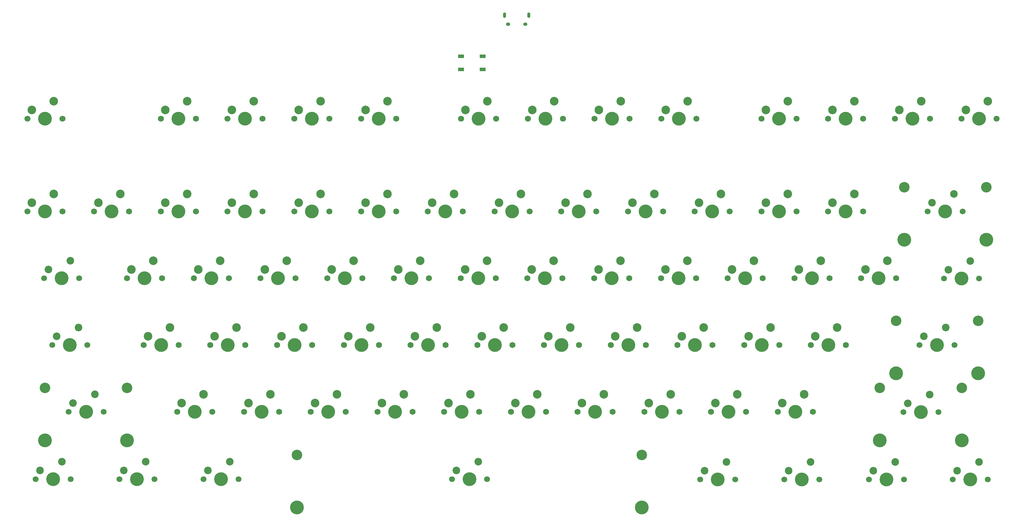
<source format=gbr>
%TF.GenerationSoftware,KiCad,Pcbnew,8.0.3*%
%TF.CreationDate,2024-06-29T11:43:36-07:00*%
%TF.ProjectId,CustomKeyboard,43757374-6f6d-44b6-9579-626f6172642e,rev?*%
%TF.SameCoordinates,Original*%
%TF.FileFunction,Soldermask,Top*%
%TF.FilePolarity,Negative*%
%FSLAX46Y46*%
G04 Gerber Fmt 4.6, Leading zero omitted, Abs format (unit mm)*
G04 Created by KiCad (PCBNEW 8.0.3) date 2024-06-29 11:43:36*
%MOMM*%
%LPD*%
G01*
G04 APERTURE LIST*
%ADD10C,1.750000*%
%ADD11C,4.000000*%
%ADD12C,2.500000*%
%ADD13C,1.700000*%
%ADD14C,2.200000*%
%ADD15O,0.890000X1.550000*%
%ADD16O,1.250000X0.950000*%
%ADD17C,3.050000*%
%ADD18R,1.700000X1.000000*%
G04 APERTURE END LIST*
D10*
%TO.C,SW_M1*%
X196670000Y-131100000D03*
D11*
X201750000Y-131100000D03*
D10*
X206830000Y-131100000D03*
D12*
X197940000Y-128560000D03*
X204290000Y-126020000D03*
%TD*%
D10*
%TO.C,SW_F10*%
X269320000Y-46000000D03*
D11*
X274400000Y-46000000D03*
D10*
X279480000Y-46000000D03*
D12*
X270590000Y-43460000D03*
X276940000Y-40920000D03*
%TD*%
D10*
%TO.C,SW_F4*%
X133870000Y-46000000D03*
D11*
X138950000Y-46000000D03*
D10*
X144030000Y-46000000D03*
D12*
X135140000Y-43460000D03*
X141490000Y-40920000D03*
%TD*%
D13*
%TO.C,SW_LALT1*%
X88220000Y-150600000D03*
D11*
X93300000Y-150600000D03*
D13*
X98380000Y-150600000D03*
D14*
X95840000Y-145520000D03*
X89490000Y-148060000D03*
%TD*%
D10*
%TO.C,SW_0*%
X230620000Y-72900000D03*
D11*
X235700000Y-72900000D03*
D10*
X240780000Y-72900000D03*
D12*
X231890000Y-70360000D03*
X238240000Y-67820000D03*
%TD*%
D10*
%TO.C,SW_U1*%
X182120000Y-92300000D03*
D11*
X187200000Y-92300000D03*
D10*
X192280000Y-92300000D03*
D12*
X183390000Y-89760000D03*
X189740000Y-87220000D03*
%TD*%
D10*
%TO.C,SW_F6*%
X182245000Y-46000000D03*
D11*
X187325000Y-46000000D03*
D10*
X192405000Y-46000000D03*
D12*
X183515000Y-43460000D03*
X189865000Y-40920000D03*
%TD*%
D10*
%TO.C,SW_\u002C1*%
X216020000Y-131100000D03*
D11*
X221100000Y-131100000D03*
D10*
X226180000Y-131100000D03*
D12*
X217290000Y-128560000D03*
X223640000Y-126020000D03*
%TD*%
D10*
%TO.C,SW_[1*%
X259520000Y-92300000D03*
D11*
X264600000Y-92300000D03*
D10*
X269680000Y-92300000D03*
D12*
X260790000Y-89760000D03*
X267140000Y-87220000D03*
%TD*%
D10*
%TO.C,SW_H1*%
X167570000Y-111700000D03*
D11*
X172650000Y-111700000D03*
D10*
X177730000Y-111700000D03*
D12*
X168840000Y-109160000D03*
X175190000Y-106620000D03*
%TD*%
D10*
%TO.C,SW_P1*%
X240170000Y-92300000D03*
D11*
X245250000Y-92300000D03*
D10*
X250330000Y-92300000D03*
D12*
X241440000Y-89760000D03*
X247790000Y-87220000D03*
%TD*%
D10*
%TO.C,SW_F5*%
X162895000Y-46000000D03*
D11*
X167975000Y-46000000D03*
D10*
X173055000Y-46000000D03*
D12*
X164165000Y-43460000D03*
X170515000Y-40920000D03*
%TD*%
D10*
%TO.C,SW_L1*%
X225620000Y-111700000D03*
D11*
X230700000Y-111700000D03*
D10*
X235780000Y-111700000D03*
D12*
X226890000Y-109160000D03*
X233240000Y-106620000D03*
%TD*%
D15*
%TO.C,J1*%
X175475000Y-15900000D03*
D16*
X176475000Y-18600000D03*
X181475000Y-18600000D03*
D15*
X182475000Y-15900000D03*
%TD*%
D10*
%TO.C,SW_I1*%
X201470000Y-92300000D03*
D11*
X206550000Y-92300000D03*
D10*
X211630000Y-92300000D03*
D12*
X202740000Y-89760000D03*
X209090000Y-87220000D03*
%TD*%
D10*
%TO.C,SW_A1*%
X70820000Y-111700000D03*
D11*
X75900000Y-111700000D03*
D10*
X80980000Y-111700000D03*
D12*
X72090000Y-109160000D03*
X78440000Y-106620000D03*
%TD*%
D10*
%TO.C,SW_F8*%
X220945000Y-46000000D03*
D11*
X226025000Y-46000000D03*
D10*
X231105000Y-46000000D03*
D12*
X222215000Y-43460000D03*
X228565000Y-40920000D03*
%TD*%
D17*
%TO.C,SW_SPACE1*%
X115300000Y-143642500D03*
D11*
X115300000Y-158882500D03*
D13*
X160220000Y-150642500D03*
D11*
X165300000Y-150642500D03*
D13*
X170380000Y-150642500D03*
D17*
X215300000Y-143642500D03*
D11*
X215300000Y-158882500D03*
D14*
X167840000Y-145562500D03*
X161490000Y-148102500D03*
%TD*%
D10*
%TO.C,SW_W1*%
X85370000Y-92300000D03*
D11*
X90450000Y-92300000D03*
D10*
X95530000Y-92300000D03*
D12*
X86640000Y-89760000D03*
X92990000Y-87220000D03*
%TD*%
D10*
%TO.C,SW_V1*%
X138620000Y-131100000D03*
D11*
X143700000Y-131100000D03*
D10*
X148780000Y-131100000D03*
D12*
X139890000Y-128560000D03*
X146240000Y-126020000D03*
%TD*%
D10*
%TO.C,SW_ESC1*%
X37120000Y-46000000D03*
D11*
X42200000Y-46000000D03*
D10*
X47280000Y-46000000D03*
D12*
X38390000Y-43460000D03*
X44740000Y-40920000D03*
%TD*%
D10*
%TO.C,SW_6*%
X153220000Y-72900000D03*
D11*
X158300000Y-72900000D03*
D10*
X163380000Y-72900000D03*
D12*
X154490000Y-70360000D03*
X160840000Y-67820000D03*
%TD*%
D10*
%TO.C,SW_N1*%
X177320000Y-131100000D03*
D11*
X182400000Y-131100000D03*
D10*
X187480000Y-131100000D03*
D12*
X178590000Y-128560000D03*
X184940000Y-126020000D03*
%TD*%
D10*
%TO.C,SW_4*%
X114520000Y-72900000D03*
D11*
X119600000Y-72900000D03*
D10*
X124680000Y-72900000D03*
D12*
X115790000Y-70360000D03*
X122140000Y-67820000D03*
%TD*%
D13*
%TO.C,SW_LCTRL1*%
X39520000Y-150600000D03*
D11*
X44600000Y-150600000D03*
D13*
X49680000Y-150600000D03*
D14*
X47140000Y-145520000D03*
X40790000Y-148060000D03*
%TD*%
D13*
%TO.C,SW_RCTRL1*%
X305420000Y-150700000D03*
D11*
X310500000Y-150700000D03*
D13*
X315580000Y-150700000D03*
D14*
X313040000Y-145620000D03*
X306690000Y-148160000D03*
%TD*%
D10*
%TO.C,SW_F7*%
X201595000Y-46000000D03*
D11*
X206675000Y-46000000D03*
D10*
X211755000Y-46000000D03*
D12*
X202865000Y-43460000D03*
X209215000Y-40920000D03*
%TD*%
D13*
%TO.C,SW_TAB1*%
X41920000Y-92300000D03*
D11*
X47000000Y-92300000D03*
D13*
X52080000Y-92300000D03*
D14*
X49540000Y-87220000D03*
X43190000Y-89760000D03*
%TD*%
D10*
%TO.C,SW_FKEY1*%
X128870000Y-111700000D03*
D11*
X133950000Y-111700000D03*
D10*
X139030000Y-111700000D03*
D12*
X130140000Y-109160000D03*
X136490000Y-106620000D03*
%TD*%
D13*
%TO.C,SW_RALT1*%
X232220000Y-150700000D03*
D11*
X237300000Y-150700000D03*
D13*
X242380000Y-150700000D03*
D14*
X239840000Y-145620000D03*
X233490000Y-148160000D03*
%TD*%
D10*
%TO.C,SW_.1*%
X235370000Y-131100000D03*
D11*
X240450000Y-131100000D03*
D10*
X245530000Y-131100000D03*
D12*
X236640000Y-128560000D03*
X242990000Y-126020000D03*
%TD*%
D10*
%TO.C,SW_F9*%
X249970000Y-46000000D03*
D11*
X255050000Y-46000000D03*
D10*
X260130000Y-46000000D03*
D12*
X251240000Y-43460000D03*
X257590000Y-40920000D03*
%TD*%
D17*
%TO.C,SW_BACK1*%
X291380000Y-65900000D03*
D11*
X291380000Y-81140000D03*
D13*
X298200000Y-72900000D03*
D11*
X303280000Y-72900000D03*
D13*
X308360000Y-72900000D03*
D17*
X315180000Y-65900000D03*
D11*
X315180000Y-81140000D03*
D14*
X305820000Y-67820000D03*
X299470000Y-70360000D03*
%TD*%
D10*
%TO.C,SW_7*%
X172570000Y-72900000D03*
D11*
X177650000Y-72900000D03*
D10*
X182730000Y-72900000D03*
D12*
X173840000Y-70360000D03*
X180190000Y-67820000D03*
%TD*%
D10*
%TO.C,SW_/1*%
X254720000Y-131100000D03*
D11*
X259800000Y-131100000D03*
D10*
X264880000Y-131100000D03*
D12*
X255990000Y-128560000D03*
X262340000Y-126020000D03*
%TD*%
D10*
%TO.C,SW_F1*%
X75820000Y-46000000D03*
D11*
X80900000Y-46000000D03*
D10*
X85980000Y-46000000D03*
D12*
X77090000Y-43460000D03*
X83440000Y-40920000D03*
%TD*%
D10*
%TO.C,SW_S1*%
X90170000Y-111700000D03*
D11*
X95250000Y-111700000D03*
D10*
X100330000Y-111700000D03*
D12*
X91440000Y-109160000D03*
X97790000Y-106620000D03*
%TD*%
D10*
%TO.C,SW_F3*%
X114520000Y-46000000D03*
D11*
X119600000Y-46000000D03*
D10*
X124680000Y-46000000D03*
D12*
X115790000Y-43460000D03*
X122140000Y-40920000D03*
%TD*%
D13*
%TO.C,SW_CAPS1*%
X44300000Y-111680000D03*
D11*
X49380000Y-111680000D03*
D13*
X54460000Y-111680000D03*
D14*
X51920000Y-106600000D03*
X45570000Y-109140000D03*
%TD*%
D10*
%TO.C,SW_3*%
X95170000Y-72900000D03*
D11*
X100250000Y-72900000D03*
D10*
X105330000Y-72900000D03*
D12*
X96440000Y-70360000D03*
X102790000Y-67820000D03*
%TD*%
D17*
%TO.C,SW_ENTER1*%
X288980000Y-104700000D03*
D11*
X288980000Y-119940000D03*
D13*
X295800000Y-111700000D03*
D11*
X300880000Y-111700000D03*
D13*
X305960000Y-111700000D03*
D17*
X312780000Y-104700000D03*
D11*
X312780000Y-119940000D03*
D14*
X303420000Y-106620000D03*
X297070000Y-109160000D03*
%TD*%
D10*
%TO.C,SW_-1*%
X249970000Y-72900000D03*
D11*
X255050000Y-72900000D03*
D10*
X260130000Y-72900000D03*
D12*
X251240000Y-70360000D03*
X257590000Y-67820000D03*
%TD*%
D10*
%TO.C,SW_Q1*%
X66020000Y-92300000D03*
D11*
X71100000Y-92300000D03*
D10*
X76180000Y-92300000D03*
D12*
X67290000Y-89760000D03*
X73640000Y-87220000D03*
%TD*%
D10*
%TO.C,SW_1*%
X56470000Y-72900000D03*
D11*
X61550000Y-72900000D03*
D10*
X66630000Y-72900000D03*
D12*
X57740000Y-70360000D03*
X64090000Y-67820000D03*
%TD*%
D10*
%TO.C,SW_E1*%
X104720000Y-92300000D03*
D11*
X109800000Y-92300000D03*
D10*
X114880000Y-92300000D03*
D12*
X105990000Y-89760000D03*
X112340000Y-87220000D03*
%TD*%
D13*
%TO.C,SW_LWIN1*%
X63820000Y-150600000D03*
D11*
X68900000Y-150600000D03*
D13*
X73980000Y-150600000D03*
D14*
X71440000Y-145520000D03*
X65090000Y-148060000D03*
%TD*%
D10*
%TO.C,SW_B1*%
X157970000Y-131100000D03*
D11*
X163050000Y-131100000D03*
D10*
X168130000Y-131100000D03*
D12*
X159240000Y-128560000D03*
X165590000Y-126020000D03*
%TD*%
D10*
%TO.C,SW_T1*%
X143420000Y-92300000D03*
D11*
X148500000Y-92300000D03*
D10*
X153580000Y-92300000D03*
D12*
X144690000Y-89760000D03*
X151040000Y-87220000D03*
%TD*%
D10*
%TO.C,SW_J1*%
X186920000Y-111700000D03*
D11*
X192000000Y-111700000D03*
D10*
X197080000Y-111700000D03*
D12*
X188190000Y-109160000D03*
X194540000Y-106620000D03*
%TD*%
D13*
%TO.C,SW_RC1*%
X281120000Y-150700000D03*
D11*
X286200000Y-150700000D03*
D13*
X291280000Y-150700000D03*
D14*
X288740000Y-145620000D03*
X282390000Y-148160000D03*
%TD*%
D10*
%TO.C,SW_F12*%
X308020000Y-46000000D03*
D11*
X313100000Y-46000000D03*
D10*
X318180000Y-46000000D03*
D12*
X309290000Y-43460000D03*
X315640000Y-40920000D03*
%TD*%
D10*
%TO.C,SW_'1*%
X264320000Y-111700000D03*
D11*
X269400000Y-111700000D03*
D10*
X274480000Y-111700000D03*
D12*
X265590000Y-109160000D03*
X271940000Y-106620000D03*
%TD*%
D10*
%TO.C,SW_9*%
X211270000Y-72900000D03*
D11*
X216350000Y-72900000D03*
D10*
X221430000Y-72900000D03*
D12*
X212540000Y-70360000D03*
X218890000Y-67820000D03*
%TD*%
D10*
%TO.C,SW_8*%
X191920000Y-72900000D03*
D11*
X197000000Y-72900000D03*
D10*
X202080000Y-72900000D03*
D12*
X193190000Y-70360000D03*
X199540000Y-67820000D03*
%TD*%
D10*
%TO.C,SW_5*%
X133870000Y-72900000D03*
D11*
X138950000Y-72900000D03*
D10*
X144030000Y-72900000D03*
D12*
X135140000Y-70360000D03*
X141490000Y-67820000D03*
%TD*%
D13*
%TO.C,SW_\u005C1*%
X302920000Y-92400000D03*
D11*
X308000000Y-92400000D03*
D13*
X313080000Y-92400000D03*
D14*
X310540000Y-87320000D03*
X304190000Y-89860000D03*
%TD*%
D10*
%TO.C,SW_O1*%
X220820000Y-92300000D03*
D11*
X225900000Y-92300000D03*
D10*
X230980000Y-92300000D03*
D12*
X222090000Y-89760000D03*
X228440000Y-87220000D03*
%TD*%
D10*
%TO.C,SW_;1*%
X244970000Y-111700000D03*
D11*
X250050000Y-111700000D03*
D10*
X255130000Y-111700000D03*
D12*
X246240000Y-109160000D03*
X252590000Y-106620000D03*
%TD*%
D10*
%TO.C,SW_K1*%
X206270000Y-111700000D03*
D11*
X211350000Y-111700000D03*
D10*
X216430000Y-111700000D03*
D12*
X207540000Y-109160000D03*
X213890000Y-106620000D03*
%TD*%
D10*
%TO.C,SW_F2*%
X95170000Y-46000000D03*
D11*
X100250000Y-46000000D03*
D10*
X105330000Y-46000000D03*
D12*
X96440000Y-43460000D03*
X102790000Y-40920000D03*
%TD*%
D13*
%TO.C,SW_RWIN1*%
X256620000Y-150700000D03*
D11*
X261700000Y-150700000D03*
D13*
X266780000Y-150700000D03*
D14*
X264240000Y-145620000D03*
X257890000Y-148160000D03*
%TD*%
D10*
%TO.C,SW_]1*%
X278870000Y-92300000D03*
D11*
X283950000Y-92300000D03*
D10*
X289030000Y-92300000D03*
D12*
X280140000Y-89760000D03*
X286490000Y-87220000D03*
%TD*%
D10*
%TO.C,SW_X1*%
X99920000Y-131100000D03*
D11*
X105000000Y-131100000D03*
D10*
X110080000Y-131100000D03*
D12*
X101190000Y-128560000D03*
X107540000Y-126020000D03*
%TD*%
D10*
%TO.C,SW_G1*%
X148220000Y-111700000D03*
D11*
X153300000Y-111700000D03*
D10*
X158380000Y-111700000D03*
D12*
X149490000Y-109160000D03*
X155840000Y-106620000D03*
%TD*%
D10*
%TO.C,SW_TILDE1*%
X37120000Y-72900000D03*
D11*
X42200000Y-72900000D03*
D10*
X47280000Y-72900000D03*
D12*
X38390000Y-70360000D03*
X44740000Y-67820000D03*
%TD*%
D10*
%TO.C,SW_2*%
X75820000Y-72900000D03*
D11*
X80900000Y-72900000D03*
D10*
X85980000Y-72900000D03*
D12*
X77090000Y-70360000D03*
X83440000Y-67820000D03*
%TD*%
D10*
%TO.C,SW_Y1*%
X162770000Y-92300000D03*
D11*
X167850000Y-92300000D03*
D10*
X172930000Y-92300000D03*
D12*
X164040000Y-89760000D03*
X170390000Y-87220000D03*
%TD*%
D10*
%TO.C,SW_D1*%
X109520000Y-111700000D03*
D11*
X114600000Y-111700000D03*
D10*
X119680000Y-111700000D03*
D12*
X110790000Y-109160000D03*
X117140000Y-106620000D03*
%TD*%
D10*
%TO.C,SW_C1*%
X119270000Y-131100000D03*
D11*
X124350000Y-131100000D03*
D10*
X129430000Y-131100000D03*
D12*
X120540000Y-128560000D03*
X126890000Y-126020000D03*
%TD*%
D10*
%TO.C,SW_=1*%
X269320000Y-72900000D03*
D11*
X274400000Y-72900000D03*
D10*
X279480000Y-72900000D03*
D12*
X270590000Y-70360000D03*
X276940000Y-67820000D03*
%TD*%
D10*
%TO.C,SW_Z1*%
X80570000Y-131100000D03*
D11*
X85650000Y-131100000D03*
D10*
X90730000Y-131100000D03*
D12*
X81840000Y-128560000D03*
X88190000Y-126020000D03*
%TD*%
D17*
%TO.C,SW_RSHIFT1*%
X284300000Y-124160000D03*
D11*
X284300000Y-139400000D03*
D13*
X291120000Y-131160000D03*
D11*
X296200000Y-131160000D03*
D13*
X301280000Y-131160000D03*
D17*
X308100000Y-124160000D03*
D11*
X308100000Y-139400000D03*
D14*
X298740000Y-126080000D03*
X292390000Y-128620000D03*
%TD*%
D10*
%TO.C,SW_R1*%
X124070000Y-92300000D03*
D11*
X129150000Y-92300000D03*
D10*
X134230000Y-92300000D03*
D12*
X125340000Y-89760000D03*
X131690000Y-87220000D03*
%TD*%
D10*
%TO.C,SW_F11*%
X288670000Y-46000000D03*
D11*
X293750000Y-46000000D03*
D10*
X298830000Y-46000000D03*
D12*
X289940000Y-43460000D03*
X296290000Y-40920000D03*
%TD*%
D18*
%TO.C,SW_RESET1*%
X169150000Y-31700000D03*
X162850000Y-31700000D03*
X169150000Y-27900000D03*
X162850000Y-27900000D03*
%TD*%
D17*
%TO.C,SW_LSHIFT1*%
X42220000Y-124100000D03*
D11*
X42220000Y-139340000D03*
D13*
X49040000Y-131100000D03*
D11*
X54120000Y-131100000D03*
D13*
X59200000Y-131100000D03*
D17*
X66020000Y-124100000D03*
D11*
X66020000Y-139340000D03*
D14*
X56660000Y-126020000D03*
X50310000Y-128560000D03*
%TD*%
M02*

</source>
